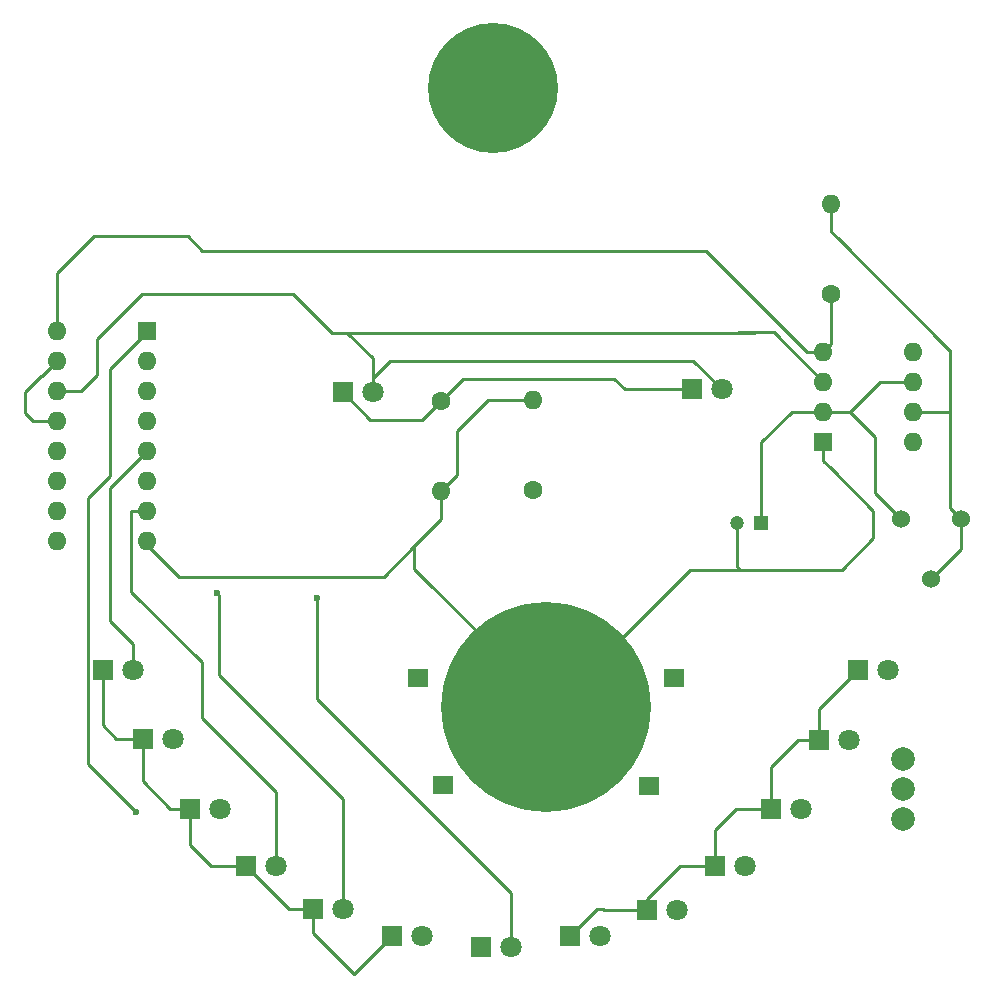
<source format=gbr>
%TF.GenerationSoftware,KiCad,Pcbnew,(5.1.9)-1*%
%TF.CreationDate,2021-05-28T20:42:47+02:00*%
%TF.ProjectId,Smiley2,536d696c-6579-4322-9e6b-696361645f70,rev?*%
%TF.SameCoordinates,Original*%
%TF.FileFunction,Copper,L2,Bot*%
%TF.FilePolarity,Positive*%
%FSLAX46Y46*%
G04 Gerber Fmt 4.6, Leading zero omitted, Abs format (unit mm)*
G04 Created by KiCad (PCBNEW (5.1.9)-1) date 2021-05-28 20:42:47*
%MOMM*%
%LPD*%
G01*
G04 APERTURE LIST*
%TA.AperFunction,ComponentPad*%
%ADD10R,1.700000X1.524000*%
%TD*%
%TA.AperFunction,SMDPad,CuDef*%
%ADD11C,17.780000*%
%TD*%
%TA.AperFunction,ComponentPad*%
%ADD12C,1.524000*%
%TD*%
%TA.AperFunction,SMDPad,CuDef*%
%ADD13C,11.000000*%
%TD*%
%TA.AperFunction,ComponentPad*%
%ADD14R,1.200000X1.200000*%
%TD*%
%TA.AperFunction,ComponentPad*%
%ADD15C,1.200000*%
%TD*%
%TA.AperFunction,ComponentPad*%
%ADD16R,1.800000X1.800000*%
%TD*%
%TA.AperFunction,ComponentPad*%
%ADD17C,1.800000*%
%TD*%
%TA.AperFunction,ComponentPad*%
%ADD18O,1.600000X1.600000*%
%TD*%
%TA.AperFunction,ComponentPad*%
%ADD19C,1.600000*%
%TD*%
%TA.AperFunction,ComponentPad*%
%ADD20C,2.000000*%
%TD*%
%TA.AperFunction,ComponentPad*%
%ADD21R,1.600000X1.600000*%
%TD*%
%TA.AperFunction,ViaPad*%
%ADD22C,0.600000*%
%TD*%
%TA.AperFunction,Conductor*%
%ADD23C,0.250000*%
%TD*%
G04 APERTURE END LIST*
D10*
%TO.P,BAT-HLD-002,~*%
%TO.N,Net-(S1-Pad3)*%
X153611400Y-108419700D03*
%TO.P,BAT-HLD-002,1*%
%TO.N,N/C*%
X171051400Y-108459700D03*
%TO.P,BAT-HLD-002,~*%
%TO.N,Net-(S1-Pad3)*%
X151501400Y-99309700D03*
%TO.P,BAT-HLD-002,1*%
%TO.N,N/C*%
X173231400Y-99349700D03*
D11*
%TO.P,BAT-HLD-002,2*%
%TO.N,Net-(C1-Pad2)*%
X162331400Y-101739700D03*
%TD*%
D12*
%TO.P,REF\u002A\u002A,3*%
%TO.N,Net-(P1-Pad1)*%
X194957700Y-90944700D03*
%TO.P,REF\u002A\u002A,2*%
%TO.N,Net-(C1-Pad1)*%
X192417700Y-85864700D03*
%TO.P,REF\u002A\u002A,1*%
%TO.N,Net-(P1-Pad1)*%
X197497700Y-85864700D03*
%TD*%
D13*
%TO.P,LP,1*%
%TO.N,N/C*%
X157878600Y-49379100D03*
%TD*%
D14*
%TO.P,C1,1*%
%TO.N,Net-(C1-Pad1)*%
X180555900Y-86207600D03*
D15*
%TO.P,C1,2*%
%TO.N,Net-(C1-Pad2)*%
X178555900Y-86207600D03*
%TD*%
D16*
%TO.P,D1,1*%
%TO.N,Net-(D2-Pad1)*%
X156858600Y-122139100D03*
D17*
%TO.P,D1,2*%
%TO.N,Net-(D1-Pad2)*%
X159398600Y-122139100D03*
%TD*%
%TO.P,D2,2*%
%TO.N,Net-(D2-Pad2)*%
X166888600Y-121189100D03*
D16*
%TO.P,D2,1*%
%TO.N,Net-(D2-Pad1)*%
X164348600Y-121189100D03*
%TD*%
D17*
%TO.P,D3,2*%
%TO.N,Net-(D3-Pad2)*%
X173478600Y-118929100D03*
D16*
%TO.P,D3,1*%
%TO.N,Net-(D2-Pad1)*%
X170938600Y-118929100D03*
%TD*%
D17*
%TO.P,D4,2*%
%TO.N,Net-(D4-Pad2)*%
X179208600Y-115279100D03*
D16*
%TO.P,D4,1*%
%TO.N,Net-(D2-Pad1)*%
X176668600Y-115279100D03*
%TD*%
%TO.P,D5,1*%
%TO.N,Net-(D2-Pad1)*%
X181448600Y-110399100D03*
D17*
%TO.P,D5,2*%
%TO.N,Net-(D5-Pad2)*%
X183988600Y-110399100D03*
%TD*%
D16*
%TO.P,D6,1*%
%TO.N,Net-(D2-Pad1)*%
X185476600Y-104592100D03*
D17*
%TO.P,D6,2*%
%TO.N,Net-(D6-Pad2)*%
X188016600Y-104592100D03*
%TD*%
%TO.P,D7,2*%
%TO.N,Net-(D7-Pad2)*%
X191298600Y-98623100D03*
D16*
%TO.P,D7,1*%
%TO.N,Net-(D2-Pad1)*%
X188758600Y-98623100D03*
%TD*%
D17*
%TO.P,D8,2*%
%TO.N,Net-(U2-Pad3)*%
X177221600Y-74874100D03*
D16*
%TO.P,D8,1*%
%TO.N,Net-(D8-Pad1)*%
X174681600Y-74874100D03*
%TD*%
%TO.P,D22,1*%
%TO.N,Net-(D2-Pad1)*%
X149278600Y-121189100D03*
D17*
%TO.P,D22,2*%
%TO.N,Net-(D2-Pad2)*%
X151818600Y-121189100D03*
%TD*%
D16*
%TO.P,D33,1*%
%TO.N,Net-(D2-Pad1)*%
X142638600Y-118889100D03*
D17*
%TO.P,D33,2*%
%TO.N,Net-(D3-Pad2)*%
X145178600Y-118889100D03*
%TD*%
D16*
%TO.P,D44,1*%
%TO.N,Net-(D2-Pad1)*%
X136948600Y-115229100D03*
D17*
%TO.P,D44,2*%
%TO.N,Net-(D4-Pad2)*%
X139488600Y-115229100D03*
%TD*%
%TO.P,D55,2*%
%TO.N,Net-(D5-Pad2)*%
X134798600Y-110399100D03*
D16*
%TO.P,D55,1*%
%TO.N,Net-(D2-Pad1)*%
X132258600Y-110399100D03*
%TD*%
D17*
%TO.P,D66,2*%
%TO.N,Net-(D6-Pad2)*%
X130738600Y-104489100D03*
D16*
%TO.P,D66,1*%
%TO.N,Net-(D2-Pad1)*%
X128198600Y-104489100D03*
%TD*%
%TO.P,D77,1*%
%TO.N,Net-(D2-Pad1)*%
X124808600Y-98669100D03*
D17*
%TO.P,D77,2*%
%TO.N,Net-(D7-Pad2)*%
X127348600Y-98669100D03*
%TD*%
D16*
%TO.P,D88,1*%
%TO.N,Net-(D8-Pad1)*%
X145148600Y-75139100D03*
D17*
%TO.P,D88,2*%
%TO.N,Net-(U2-Pad3)*%
X147688600Y-75139100D03*
%TD*%
D18*
%TO.P,R1,2*%
%TO.N,Net-(P1-Pad1)*%
X186486800Y-59156600D03*
D19*
%TO.P,R1,1*%
%TO.N,Net-(C3-Pad1)*%
X186486800Y-66776600D03*
%TD*%
D18*
%TO.P,R2,2*%
%TO.N,Net-(C1-Pad2)*%
X153508600Y-83479100D03*
D19*
%TO.P,R2,1*%
%TO.N,Net-(D8-Pad1)*%
X153508600Y-75859100D03*
%TD*%
%TO.P,R3,1*%
%TO.N,Net-(D2-Pad1)*%
X161219600Y-83446600D03*
D18*
%TO.P,R3,2*%
%TO.N,Net-(C1-Pad2)*%
X161219600Y-75826600D03*
%TD*%
D20*
%TO.P,S1,1*%
%TO.N,Net-(S1-Pad1)*%
X192588600Y-111299100D03*
%TO.P,S1,2*%
%TO.N,Net-(C3-Pad1)*%
X192588600Y-108759100D03*
%TO.P,S1,3*%
%TO.N,Net-(S1-Pad3)*%
X192588600Y-106219100D03*
%TD*%
D21*
%TO.P,U2,1*%
%TO.N,Net-(C1-Pad2)*%
X185813700Y-79298800D03*
D18*
%TO.P,U2,5*%
%TO.N,Net-(C2-Pad1)*%
X193433700Y-71678800D03*
%TO.P,U2,2*%
%TO.N,Net-(C1-Pad1)*%
X185813700Y-76758800D03*
%TO.P,U2,6*%
X193433700Y-74218800D03*
%TO.P,U2,3*%
%TO.N,Net-(U2-Pad3)*%
X185813700Y-74218800D03*
%TO.P,U2,7*%
%TO.N,Net-(P1-Pad1)*%
X193433700Y-76758800D03*
%TO.P,U2,4*%
%TO.N,Net-(C3-Pad1)*%
X185813700Y-71678800D03*
%TO.P,U2,8*%
X193433700Y-79298800D03*
%TD*%
D21*
%TO.P,U3,1*%
%TO.N,Net-(D6-Pad2)*%
X128580600Y-69921100D03*
D18*
%TO.P,U3,9*%
%TO.N,Net-(U3-Pad9)*%
X120960600Y-87701100D03*
%TO.P,U3,2*%
%TO.N,Net-(D2-Pad2)*%
X128580600Y-72461100D03*
%TO.P,U3,10*%
%TO.N,Net-(D5-Pad2)*%
X120960600Y-85161100D03*
%TO.P,U3,3*%
%TO.N,Net-(D1-Pad2)*%
X128580600Y-75001100D03*
%TO.P,U3,11*%
%TO.N,Net-(U3-Pad11)*%
X120960600Y-82621100D03*
%TO.P,U3,4*%
%TO.N,Net-(D3-Pad2)*%
X128580600Y-77541100D03*
%TO.P,U3,12*%
%TO.N,Net-(U3-Pad12)*%
X120960600Y-80081100D03*
%TO.P,U3,5*%
%TO.N,Net-(D7-Pad2)*%
X128580600Y-80081100D03*
%TO.P,U3,13*%
%TO.N,Net-(C1-Pad2)*%
X120960600Y-77541100D03*
%TO.P,U3,6*%
%TO.N,Net-(U3-Pad6)*%
X128580600Y-82621100D03*
%TO.P,U3,14*%
%TO.N,Net-(U2-Pad3)*%
X120960600Y-75001100D03*
%TO.P,U3,7*%
%TO.N,Net-(D4-Pad2)*%
X128580600Y-85161100D03*
%TO.P,U3,15*%
%TO.N,Net-(C1-Pad2)*%
X120960600Y-72461100D03*
%TO.P,U3,8*%
X128580600Y-87701100D03*
%TO.P,U3,16*%
%TO.N,Net-(C3-Pad1)*%
X120960600Y-69921100D03*
%TD*%
D22*
%TO.N,Net-(D1-Pad2)*%
X142938600Y-92579100D03*
%TO.N,Net-(D3-Pad2)*%
X134508600Y-92129100D03*
%TO.N,Net-(D6-Pad2)*%
X127608600Y-110649100D03*
%TD*%
D23*
%TO.N,Net-(C1-Pad1)*%
X190665100Y-74218800D02*
X193433700Y-74218800D01*
X188125100Y-76758800D02*
X190665100Y-74218800D01*
X180555900Y-86207600D02*
X180555900Y-79362300D01*
X183159400Y-76758800D02*
X187096400Y-76758800D01*
X180555900Y-79362300D02*
X183159400Y-76758800D01*
X187096400Y-76758800D02*
X188125100Y-76758800D01*
X185813700Y-76758800D02*
X187096400Y-76758800D01*
X192417700Y-85864700D02*
X190246000Y-83693000D01*
X190246000Y-78879700D02*
X188125100Y-76758800D01*
X190246000Y-83693000D02*
X190246000Y-78879700D01*
%TO.N,Net-(C1-Pad2)*%
X190080600Y-87510600D02*
X190080600Y-85193100D01*
X157409600Y-75826600D02*
X161219600Y-75826600D01*
X157409600Y-75826600D02*
X154848600Y-78387600D01*
X154848600Y-82139100D02*
X153508600Y-83479100D01*
X154848600Y-78387600D02*
X154848600Y-82139100D01*
X120960600Y-72461100D02*
X119692600Y-73729100D01*
X119692600Y-73729100D02*
X119638600Y-73729100D01*
X119638600Y-73729100D02*
X118258600Y-75109100D01*
X118258600Y-75109100D02*
X118258600Y-76849100D01*
X118950600Y-77541100D02*
X120960600Y-77541100D01*
X118258600Y-76849100D02*
X118950600Y-77541100D01*
X187432100Y-90159100D02*
X190080600Y-87510600D01*
X182065400Y-90159100D02*
X182373800Y-90159100D01*
X182048600Y-90159100D02*
X182373800Y-90159100D01*
X182373800Y-90159100D02*
X182831000Y-90159100D01*
X162953700Y-101790500D02*
X174585100Y-90159100D01*
X183564000Y-90159100D02*
X187432100Y-90159100D01*
X182831000Y-90159100D02*
X183564000Y-90159100D01*
X148632100Y-90759100D02*
X151215100Y-88176100D01*
X131278600Y-90759100D02*
X148632100Y-90759100D01*
X128580600Y-88061100D02*
X131278600Y-90759100D01*
X128580600Y-87701100D02*
X128580600Y-88061100D01*
X153508600Y-85882600D02*
X153508600Y-85543500D01*
X151215100Y-88176100D02*
X153508600Y-85882600D01*
X153508600Y-85543500D02*
X153508600Y-85855100D01*
X153508600Y-83479100D02*
X153508600Y-85543500D01*
X151215100Y-90051900D02*
X151215100Y-88176100D01*
X162953700Y-101790500D02*
X151215100Y-90051900D01*
X178555900Y-89897200D02*
X178817800Y-90159100D01*
X178555900Y-86207600D02*
X178555900Y-89897200D01*
X178817800Y-90159100D02*
X183564000Y-90159100D01*
X174585100Y-90159100D02*
X178817800Y-90159100D01*
X185813700Y-80926200D02*
X186631950Y-81744450D01*
X185813700Y-79298800D02*
X185813700Y-80926200D01*
X186631950Y-81744450D02*
X186365600Y-81478100D01*
X190080600Y-85193100D02*
X186631950Y-81744450D01*
%TO.N,Net-(C3-Pad1)*%
X120960600Y-65017100D02*
X120960600Y-69921100D01*
X124048600Y-61929100D02*
X120960600Y-65017100D01*
X132054700Y-61929100D02*
X133270000Y-63144400D01*
X132045800Y-61929100D02*
X132054700Y-61929100D01*
X132045800Y-61929100D02*
X124048600Y-61929100D01*
X175913900Y-63144400D02*
X176094950Y-63325450D01*
X133270000Y-63144400D02*
X175913900Y-63144400D01*
X186486800Y-71005700D02*
X185813700Y-71678800D01*
X186486800Y-66776600D02*
X186486800Y-71005700D01*
X184448300Y-71678800D02*
X181746450Y-68976950D01*
X185813700Y-71678800D02*
X184448300Y-71678800D01*
X181746450Y-68976950D02*
X176094950Y-63325450D01*
X181928600Y-69159100D02*
X181746450Y-68976950D01*
%TO.N,Net-(D1-Pad2)*%
X159398600Y-122139100D02*
X159398600Y-117539100D01*
X142938600Y-101079100D02*
X142938600Y-92579100D01*
X159398600Y-117539100D02*
X142938600Y-101079100D01*
%TO.N,Net-(D2-Pad1)*%
X146108600Y-124359100D02*
X149278600Y-121189100D01*
X142638600Y-120889100D02*
X146108600Y-124359100D01*
X142638600Y-118889100D02*
X142638600Y-120889100D01*
X140608600Y-118889100D02*
X136948600Y-115229100D01*
X142638600Y-118889100D02*
X140608600Y-118889100D01*
X136948600Y-115229100D02*
X134028600Y-115229100D01*
X132258600Y-113459100D02*
X132258600Y-110399100D01*
X134028600Y-115229100D02*
X132258600Y-113459100D01*
X132258600Y-110399100D02*
X130538600Y-110399100D01*
X128198600Y-108059100D02*
X128198600Y-104489100D01*
X130538600Y-110399100D02*
X128198600Y-108059100D01*
X128198600Y-104489100D02*
X125978600Y-104489100D01*
X124808600Y-103319100D02*
X124808600Y-98669100D01*
X125978600Y-104489100D02*
X124808600Y-103319100D01*
X188758600Y-98623100D02*
X188758600Y-98679100D01*
X185476600Y-101961100D02*
X185476600Y-104592100D01*
X188758600Y-98679100D02*
X185476600Y-101961100D01*
X185476600Y-104592100D02*
X183705600Y-104592100D01*
X181448600Y-106849100D02*
X181448600Y-110399100D01*
X183705600Y-104592100D02*
X181448600Y-106849100D01*
X181448600Y-110399100D02*
X178468600Y-110399100D01*
X176668600Y-112199100D02*
X176668600Y-115279100D01*
X178468600Y-110399100D02*
X176668600Y-112199100D01*
X176668600Y-115279100D02*
X173668600Y-115279100D01*
X170938600Y-118009100D02*
X170938600Y-118929100D01*
X173668600Y-115279100D02*
X170938600Y-118009100D01*
X170938600Y-118929100D02*
X167238600Y-118929100D01*
X167238600Y-118929100D02*
X167198600Y-118889100D01*
X166648600Y-118889100D02*
X164348600Y-121189100D01*
X167198600Y-118889100D02*
X166648600Y-118889100D01*
%TO.N,Net-(D3-Pad2)*%
X145178600Y-118889100D02*
X145178600Y-109579100D01*
X145178600Y-109579100D02*
X134658600Y-99059100D01*
X134658600Y-92279100D02*
X134508600Y-92129100D01*
X134658600Y-99059100D02*
X134658600Y-92279100D01*
%TO.N,Net-(D4-Pad2)*%
X128580600Y-85161100D02*
X127236600Y-85161100D01*
X127236600Y-85161100D02*
X127236600Y-92007100D01*
X127236600Y-92007100D02*
X133238600Y-98009100D01*
X133238600Y-98009100D02*
X133238600Y-102699100D01*
X139488600Y-108949100D02*
X139488600Y-115229100D01*
X133238600Y-102699100D02*
X139488600Y-108949100D01*
%TO.N,Net-(D6-Pad2)*%
X128580600Y-69921100D02*
X128126600Y-69921100D01*
X128126600Y-70487510D02*
X125438600Y-73175510D01*
X128126600Y-69921100D02*
X128126600Y-70487510D01*
X125438600Y-73175510D02*
X125438600Y-82239100D01*
X123583599Y-106624099D02*
X127608600Y-110649100D01*
X123583599Y-84094101D02*
X123583599Y-106624099D01*
X125438600Y-82239100D02*
X123583599Y-84094101D01*
%TO.N,Net-(D7-Pad2)*%
X128580600Y-80081100D02*
X125418600Y-83243100D01*
X125418600Y-83243100D02*
X125418600Y-94529100D01*
X127348600Y-96459100D02*
X127348600Y-98669100D01*
X125418600Y-94529100D02*
X127348600Y-96459100D01*
%TO.N,Net-(D8-Pad1)*%
X174681600Y-74874100D02*
X169013600Y-74874100D01*
X169013600Y-74874100D02*
X168148600Y-74009100D01*
X155358600Y-74009100D02*
X153508600Y-75859100D01*
X168148600Y-74009100D02*
X155358600Y-74009100D01*
X153508600Y-75859100D02*
X151888600Y-77479100D01*
X147488600Y-77479100D02*
X145148600Y-75139100D01*
X151888600Y-77479100D02*
X148428600Y-77479100D01*
X148428600Y-77479100D02*
X147488600Y-77479100D01*
X148428600Y-77479100D02*
X148038600Y-77479100D01*
%TO.N,Net-(U2-Pad3)*%
X177221600Y-74874100D02*
X174816600Y-72469100D01*
X151428600Y-72469100D02*
X149158600Y-72469100D01*
X174816600Y-72469100D02*
X151428600Y-72469100D01*
X151428600Y-72469100D02*
X150678600Y-72469100D01*
X147688600Y-73939100D02*
X147688600Y-75139100D01*
X149158600Y-72469100D02*
X147688600Y-73939100D01*
X144238600Y-70079100D02*
X140958600Y-66799100D01*
X140958600Y-66799100D02*
X128168600Y-66799100D01*
X128168600Y-66799100D02*
X124338600Y-70629100D01*
X124338600Y-70629100D02*
X124338600Y-73639100D01*
X122976600Y-75001100D02*
X120960600Y-75001100D01*
X124338600Y-73639100D02*
X122976600Y-75001100D01*
X147688600Y-75139100D02*
X147688600Y-72264300D01*
X145503400Y-70079100D02*
X144238600Y-70079100D01*
X147688600Y-72264300D02*
X145503400Y-70079100D01*
X180046600Y-70079100D02*
X179488600Y-70079100D01*
X185813700Y-74218800D02*
X181660800Y-70065900D01*
X178600100Y-70065900D02*
X178586900Y-70079100D01*
X181660800Y-70065900D02*
X178600100Y-70065900D01*
X178586900Y-70079100D02*
X145503400Y-70079100D01*
X179488600Y-70079100D02*
X178586900Y-70079100D01*
%TO.N,Net-(P1-Pad1)*%
X196537600Y-71584100D02*
X196385600Y-71432100D01*
X196385600Y-71432100D02*
X196508600Y-71555100D01*
X196537600Y-84904600D02*
X197497700Y-85864700D01*
X196537600Y-78938100D02*
X196537600Y-84904600D01*
X197497700Y-88404700D02*
X194957700Y-90944700D01*
X197497700Y-85864700D02*
X197497700Y-88404700D01*
X186486800Y-61533300D02*
X187038350Y-62084850D01*
X186486800Y-59156600D02*
X186486800Y-61533300D01*
X187038350Y-62084850D02*
X196385600Y-71432100D01*
X186492600Y-61539100D02*
X187038350Y-62084850D01*
X196456300Y-76758800D02*
X196537600Y-76840100D01*
X193433700Y-76758800D02*
X196456300Y-76758800D01*
X196537600Y-76840100D02*
X196537600Y-71584100D01*
X196537600Y-78938100D02*
X196537600Y-76840100D01*
%TD*%
M02*

</source>
